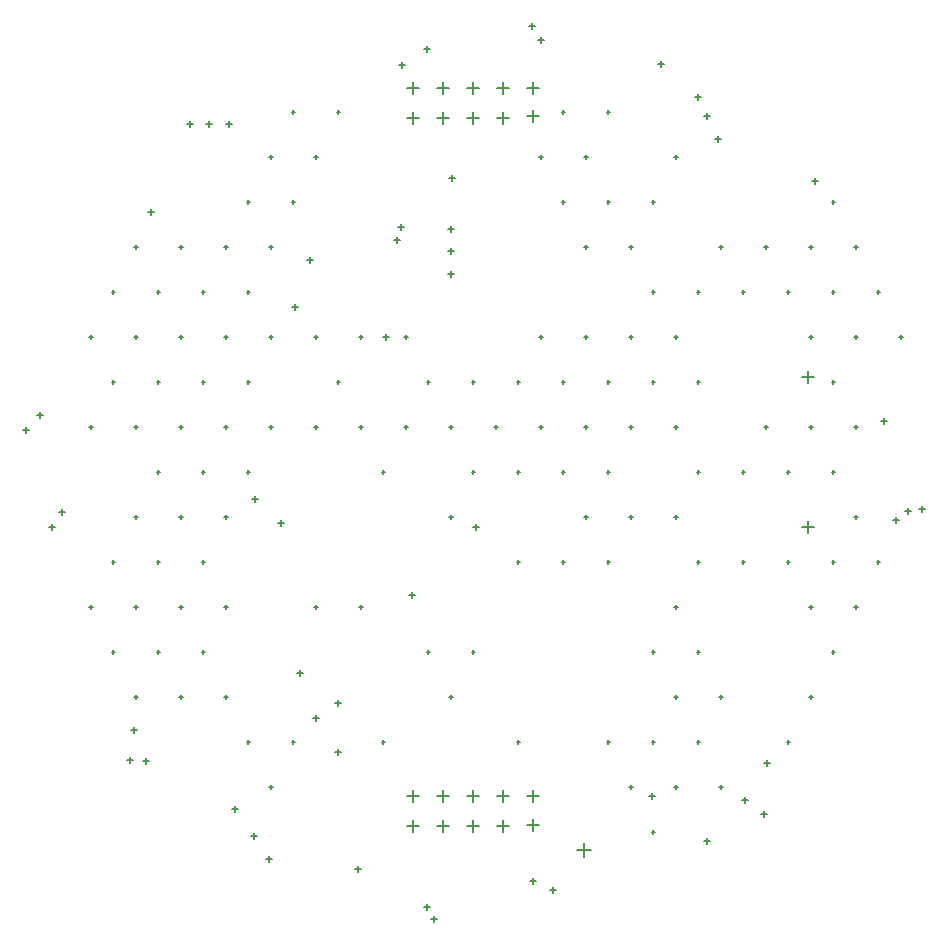
<source format=gbr>
%TF.GenerationSoftware,Altium Limited,Altium Designer,18.1.6 (161)*%
G04 Layer_Color=128*
%FSLAX26Y26*%
%MOIN*%
%TF.FileFunction,Drillmap*%
%TF.Part,Single*%
G01*
G75*
%TA.AperFunction,NonConductor*%
%ADD85C,0.005000*%
D85*
X2929606Y4330709D02*
X2969606D01*
X2949606Y4310709D02*
Y4350709D01*
X3029606Y4330709D02*
X3069606D01*
X3049606Y4310709D02*
Y4350709D01*
X3129606Y4330709D02*
X3169606D01*
X3149606Y4310709D02*
Y4350709D01*
X3229606Y4330709D02*
X3269606D01*
X3249606Y4310709D02*
Y4350709D01*
X3329606Y4335709D02*
X3369606D01*
X3349606Y4315709D02*
Y4355709D01*
X3329606Y4430709D02*
X3369606D01*
X3349606Y4410709D02*
Y4450709D01*
X3229606Y4430709D02*
X3269606D01*
X3249606Y4410709D02*
Y4450709D01*
X3129606Y4430709D02*
X3169606D01*
X3149606Y4410709D02*
Y4450709D01*
X3029606Y4430709D02*
X3069606D01*
X3049606Y4410709D02*
Y4450709D01*
X2929606Y4430709D02*
X2969606D01*
X2949606Y4410709D02*
Y4450709D01*
X3497165Y1890000D02*
X3542835D01*
X3520000Y1867165D02*
Y1912835D01*
X2929606Y2068504D02*
X2969606D01*
X2949606Y2048504D02*
Y2088504D01*
X3029606Y2068504D02*
X3069606D01*
X3049606Y2048504D02*
Y2088504D01*
X3129606Y2068504D02*
X3169606D01*
X3149606Y2048504D02*
Y2088504D01*
X3229606Y2068504D02*
X3269606D01*
X3249606Y2048504D02*
Y2088504D01*
X3329606Y2068504D02*
X3369606D01*
X3349606Y2048504D02*
Y2088504D01*
X3329606Y1973504D02*
X3369606D01*
X3349606Y1953504D02*
Y1993504D01*
X3229606Y1968504D02*
X3269606D01*
X3249606Y1948504D02*
Y1988504D01*
X3129606Y1968504D02*
X3169606D01*
X3149606Y1948504D02*
Y1988504D01*
X3029606Y1968504D02*
X3069606D01*
X3049606Y1948504D02*
Y1988504D01*
X2929606Y1968504D02*
X2969606D01*
X2949606Y1948504D02*
Y1988504D01*
X4245000Y2965000D02*
X4285000D01*
X4265000Y2945000D02*
Y2985000D01*
X4245000Y3465000D02*
X4285000D01*
X4265000Y3445000D02*
Y3485000D01*
X4494000Y3750000D02*
X4506000D01*
X4500000Y3744000D02*
Y3756000D01*
X4569000Y3600000D02*
X4581000D01*
X4575000Y3594000D02*
Y3606000D01*
X4494000Y2850000D02*
X4506000D01*
X4500000Y2844000D02*
Y2856000D01*
X4344000Y4050000D02*
X4356000D01*
X4350000Y4044000D02*
Y4056000D01*
X4419000Y3900000D02*
X4431000D01*
X4425000Y3894000D02*
Y3906000D01*
X4344000Y3750000D02*
X4356000D01*
X4350000Y3744000D02*
Y3756000D01*
X4419000Y3600000D02*
X4431000D01*
X4425000Y3594000D02*
Y3606000D01*
X4344000Y3450000D02*
X4356000D01*
X4350000Y3444000D02*
Y3456000D01*
X4419000Y3300000D02*
X4431000D01*
X4425000Y3294000D02*
Y3306000D01*
X4344000Y3150000D02*
X4356000D01*
X4350000Y3144000D02*
Y3156000D01*
X4419000Y3000000D02*
X4431000D01*
X4425000Y2994000D02*
Y3006000D01*
X4344000Y2850000D02*
X4356000D01*
X4350000Y2844000D02*
Y2856000D01*
X4419000Y2700000D02*
X4431000D01*
X4425000Y2694000D02*
Y2706000D01*
X4344000Y2550000D02*
X4356000D01*
X4350000Y2544000D02*
Y2556000D01*
X4269000Y3900000D02*
X4281000D01*
X4275000Y3894000D02*
Y3906000D01*
X4194000Y3750000D02*
X4206000D01*
X4200000Y3744000D02*
Y3756000D01*
X4269000Y3600000D02*
X4281000D01*
X4275000Y3594000D02*
Y3606000D01*
X4269000Y3300000D02*
X4281000D01*
X4275000Y3294000D02*
Y3306000D01*
X4194000Y3150000D02*
X4206000D01*
X4200000Y3144000D02*
Y3156000D01*
X4194000Y2850000D02*
X4206000D01*
X4200000Y2844000D02*
Y2856000D01*
X4269000Y2700000D02*
X4281000D01*
X4275000Y2694000D02*
Y2706000D01*
X4269000Y2400000D02*
X4281000D01*
X4275000Y2394000D02*
Y2406000D01*
X4194000Y2250000D02*
X4206000D01*
X4200000Y2244000D02*
Y2256000D01*
X4119000Y3900000D02*
X4131000D01*
X4125000Y3894000D02*
Y3906000D01*
X4044000Y3750000D02*
X4056000D01*
X4050000Y3744000D02*
Y3756000D01*
X4119000Y3300000D02*
X4131000D01*
X4125000Y3294000D02*
Y3306000D01*
X4044000Y3150000D02*
X4056000D01*
X4050000Y3144000D02*
Y3156000D01*
X4044000Y2850000D02*
X4056000D01*
X4050000Y2844000D02*
Y2856000D01*
X3969000Y3900000D02*
X3981000D01*
X3975000Y3894000D02*
Y3906000D01*
X3894000Y3750000D02*
X3906000D01*
X3900000Y3744000D02*
Y3756000D01*
X3894000Y3450000D02*
X3906000D01*
X3900000Y3444000D02*
Y3456000D01*
X3894000Y3150000D02*
X3906000D01*
X3900000Y3144000D02*
Y3156000D01*
X3894000Y2850000D02*
X3906000D01*
X3900000Y2844000D02*
Y2856000D01*
X3894000Y2550000D02*
X3906000D01*
X3900000Y2544000D02*
Y2556000D01*
X3969000Y2400000D02*
X3981000D01*
X3975000Y2394000D02*
Y2406000D01*
X3894000Y2250000D02*
X3906000D01*
X3900000Y2244000D02*
Y2256000D01*
X3969000Y2100000D02*
X3981000D01*
X3975000Y2094000D02*
Y2106000D01*
X3819000Y4200000D02*
X3831000D01*
X3825000Y4194000D02*
Y4206000D01*
X3744000Y4050000D02*
X3756000D01*
X3750000Y4044000D02*
Y4056000D01*
X3744000Y3750000D02*
X3756000D01*
X3750000Y3744000D02*
Y3756000D01*
X3819000Y3600000D02*
X3831000D01*
X3825000Y3594000D02*
Y3606000D01*
X3744000Y3450000D02*
X3756000D01*
X3750000Y3444000D02*
Y3456000D01*
X3819000Y3300000D02*
X3831000D01*
X3825000Y3294000D02*
Y3306000D01*
X3819000Y3000000D02*
X3831000D01*
X3825000Y2994000D02*
Y3006000D01*
X3819000Y2700000D02*
X3831000D01*
X3825000Y2694000D02*
Y2706000D01*
X3744000Y2550000D02*
X3756000D01*
X3750000Y2544000D02*
Y2556000D01*
X3819000Y2400000D02*
X3831000D01*
X3825000Y2394000D02*
Y2406000D01*
X3744000Y2250000D02*
X3756000D01*
X3750000Y2244000D02*
Y2256000D01*
X3819000Y2100000D02*
X3831000D01*
X3825000Y2094000D02*
Y2106000D01*
X3744000Y1950000D02*
X3756000D01*
X3750000Y1944000D02*
Y1956000D01*
X3594000Y4350000D02*
X3606000D01*
X3600000Y4344000D02*
Y4356000D01*
X3594000Y4050000D02*
X3606000D01*
X3600000Y4044000D02*
Y4056000D01*
X3669000Y3900000D02*
X3681000D01*
X3675000Y3894000D02*
Y3906000D01*
X3669000Y3600000D02*
X3681000D01*
X3675000Y3594000D02*
Y3606000D01*
X3594000Y3450000D02*
X3606000D01*
X3600000Y3444000D02*
Y3456000D01*
X3669000Y3300000D02*
X3681000D01*
X3675000Y3294000D02*
Y3306000D01*
X3594000Y3150000D02*
X3606000D01*
X3600000Y3144000D02*
Y3156000D01*
X3669000Y3000000D02*
X3681000D01*
X3675000Y2994000D02*
Y3006000D01*
X3594000Y2850000D02*
X3606000D01*
X3600000Y2844000D02*
Y2856000D01*
X3594000Y2250000D02*
X3606000D01*
X3600000Y2244000D02*
Y2256000D01*
X3669000Y2100000D02*
X3681000D01*
X3675000Y2094000D02*
Y2106000D01*
X3444000Y4350000D02*
X3456000D01*
X3450000Y4344000D02*
Y4356000D01*
X3519000Y4200000D02*
X3531000D01*
X3525000Y4194000D02*
Y4206000D01*
X3444000Y4050000D02*
X3456000D01*
X3450000Y4044000D02*
Y4056000D01*
X3519000Y3900000D02*
X3531000D01*
X3525000Y3894000D02*
Y3906000D01*
X3519000Y3600000D02*
X3531000D01*
X3525000Y3594000D02*
Y3606000D01*
X3444000Y3450000D02*
X3456000D01*
X3450000Y3444000D02*
Y3456000D01*
X3519000Y3300000D02*
X3531000D01*
X3525000Y3294000D02*
Y3306000D01*
X3444000Y3150000D02*
X3456000D01*
X3450000Y3144000D02*
Y3156000D01*
X3519000Y3000000D02*
X3531000D01*
X3525000Y2994000D02*
Y3006000D01*
X3444000Y2850000D02*
X3456000D01*
X3450000Y2844000D02*
Y2856000D01*
X3369000Y4200000D02*
X3381000D01*
X3375000Y4194000D02*
Y4206000D01*
X3369000Y3600000D02*
X3381000D01*
X3375000Y3594000D02*
Y3606000D01*
X3294000Y3450000D02*
X3306000D01*
X3300000Y3444000D02*
Y3456000D01*
X3369000Y3300000D02*
X3381000D01*
X3375000Y3294000D02*
Y3306000D01*
X3294000Y3150000D02*
X3306000D01*
X3300000Y3144000D02*
Y3156000D01*
X3294000Y2850000D02*
X3306000D01*
X3300000Y2844000D02*
Y2856000D01*
X3294000Y2250000D02*
X3306000D01*
X3300000Y2244000D02*
Y2256000D01*
X3144000Y3450000D02*
X3156000D01*
X3150000Y3444000D02*
Y3456000D01*
X3219000Y3300000D02*
X3231000D01*
X3225000Y3294000D02*
Y3306000D01*
X3144000Y3150000D02*
X3156000D01*
X3150000Y3144000D02*
Y3156000D01*
X3144000Y2550000D02*
X3156000D01*
X3150000Y2544000D02*
Y2556000D01*
X2994000Y3450000D02*
X3006000D01*
X3000000Y3444000D02*
Y3456000D01*
X3069000Y3300000D02*
X3081000D01*
X3075000Y3294000D02*
Y3306000D01*
X3069000Y3000000D02*
X3081000D01*
X3075000Y2994000D02*
Y3006000D01*
X2994000Y2550000D02*
X3006000D01*
X3000000Y2544000D02*
Y2556000D01*
X3069000Y2400000D02*
X3081000D01*
X3075000Y2394000D02*
Y2406000D01*
X2919000Y3600000D02*
X2931000D01*
X2925000Y3594000D02*
Y3606000D01*
X2919000Y3300000D02*
X2931000D01*
X2925000Y3294000D02*
Y3306000D01*
X2844000Y3150000D02*
X2856000D01*
X2850000Y3144000D02*
Y3156000D01*
X2844000Y2250000D02*
X2856000D01*
X2850000Y2244000D02*
Y2256000D01*
X2694000Y4350000D02*
X2706000D01*
X2700000Y4344000D02*
Y4356000D01*
X2769000Y3600000D02*
X2781000D01*
X2775000Y3594000D02*
Y3606000D01*
X2694000Y3450000D02*
X2706000D01*
X2700000Y3444000D02*
Y3456000D01*
X2769000Y3300000D02*
X2781000D01*
X2775000Y3294000D02*
Y3306000D01*
X2769000Y2700000D02*
X2781000D01*
X2775000Y2694000D02*
Y2706000D01*
X2544000Y4350000D02*
X2556000D01*
X2550000Y4344000D02*
Y4356000D01*
X2619000Y4200000D02*
X2631000D01*
X2625000Y4194000D02*
Y4206000D01*
X2544000Y4050000D02*
X2556000D01*
X2550000Y4044000D02*
Y4056000D01*
X2619000Y3600000D02*
X2631000D01*
X2625000Y3594000D02*
Y3606000D01*
X2619000Y3300000D02*
X2631000D01*
X2625000Y3294000D02*
Y3306000D01*
X2619000Y2700000D02*
X2631000D01*
X2625000Y2694000D02*
Y2706000D01*
X2544000Y2250000D02*
X2556000D01*
X2550000Y2244000D02*
Y2256000D01*
X2469000Y4200000D02*
X2481000D01*
X2475000Y4194000D02*
Y4206000D01*
X2394000Y4050000D02*
X2406000D01*
X2400000Y4044000D02*
Y4056000D01*
X2469000Y3900000D02*
X2481000D01*
X2475000Y3894000D02*
Y3906000D01*
X2394000Y3750000D02*
X2406000D01*
X2400000Y3744000D02*
Y3756000D01*
X2469000Y3600000D02*
X2481000D01*
X2475000Y3594000D02*
Y3606000D01*
X2394000Y3450000D02*
X2406000D01*
X2400000Y3444000D02*
Y3456000D01*
X2469000Y3300000D02*
X2481000D01*
X2475000Y3294000D02*
Y3306000D01*
X2394000Y3150000D02*
X2406000D01*
X2400000Y3144000D02*
Y3156000D01*
X2394000Y2250000D02*
X2406000D01*
X2400000Y2244000D02*
Y2256000D01*
X2469000Y2100000D02*
X2481000D01*
X2475000Y2094000D02*
Y2106000D01*
X2319000Y3900000D02*
X2331000D01*
X2325000Y3894000D02*
Y3906000D01*
X2244000Y3750000D02*
X2256000D01*
X2250000Y3744000D02*
Y3756000D01*
X2319000Y3600000D02*
X2331000D01*
X2325000Y3594000D02*
Y3606000D01*
X2244000Y3450000D02*
X2256000D01*
X2250000Y3444000D02*
Y3456000D01*
X2319000Y3300000D02*
X2331000D01*
X2325000Y3294000D02*
Y3306000D01*
X2244000Y3150000D02*
X2256000D01*
X2250000Y3144000D02*
Y3156000D01*
X2319000Y3000000D02*
X2331000D01*
X2325000Y2994000D02*
Y3006000D01*
X2244000Y2850000D02*
X2256000D01*
X2250000Y2844000D02*
Y2856000D01*
X2319000Y2700000D02*
X2331000D01*
X2325000Y2694000D02*
Y2706000D01*
X2244000Y2550000D02*
X2256000D01*
X2250000Y2544000D02*
Y2556000D01*
X2319000Y2400000D02*
X2331000D01*
X2325000Y2394000D02*
Y2406000D01*
X2169000Y3900000D02*
X2181000D01*
X2175000Y3894000D02*
Y3906000D01*
X2094000Y3750000D02*
X2106000D01*
X2100000Y3744000D02*
Y3756000D01*
X2169000Y3600000D02*
X2181000D01*
X2175000Y3594000D02*
Y3606000D01*
X2094000Y3450000D02*
X2106000D01*
X2100000Y3444000D02*
Y3456000D01*
X2169000Y3300000D02*
X2181000D01*
X2175000Y3294000D02*
Y3306000D01*
X2094000Y3150000D02*
X2106000D01*
X2100000Y3144000D02*
Y3156000D01*
X2169000Y3000000D02*
X2181000D01*
X2175000Y2994000D02*
Y3006000D01*
X2094000Y2850000D02*
X2106000D01*
X2100000Y2844000D02*
Y2856000D01*
X2169000Y2700000D02*
X2181000D01*
X2175000Y2694000D02*
Y2706000D01*
X2094000Y2550000D02*
X2106000D01*
X2100000Y2544000D02*
Y2556000D01*
X2169000Y2400000D02*
X2181000D01*
X2175000Y2394000D02*
Y2406000D01*
X2019000Y3900000D02*
X2031000D01*
X2025000Y3894000D02*
Y3906000D01*
X1944000Y3750000D02*
X1956000D01*
X1950000Y3744000D02*
Y3756000D01*
X2019000Y3600000D02*
X2031000D01*
X2025000Y3594000D02*
Y3606000D01*
X1944000Y3450000D02*
X1956000D01*
X1950000Y3444000D02*
Y3456000D01*
X2019000Y3300000D02*
X2031000D01*
X2025000Y3294000D02*
Y3306000D01*
X2019000Y3000000D02*
X2031000D01*
X2025000Y2994000D02*
Y3006000D01*
X1944000Y2850000D02*
X1956000D01*
X1950000Y2844000D02*
Y2856000D01*
X2019000Y2700000D02*
X2031000D01*
X2025000Y2694000D02*
Y2706000D01*
X1944000Y2550000D02*
X1956000D01*
X1950000Y2544000D02*
Y2556000D01*
X2019000Y2400000D02*
X2031000D01*
X2025000Y2394000D02*
Y2406000D01*
X1869000Y3600000D02*
X1881000D01*
X1875000Y3594000D02*
Y3606000D01*
X1869000Y3300000D02*
X1881000D01*
X1875000Y3294000D02*
Y3306000D01*
X1869000Y2700000D02*
X1881000D01*
X1875000Y2694000D02*
Y2706000D01*
X3334724Y4635000D02*
X3354724D01*
X3344724Y4625000D02*
Y4645000D01*
X2902220Y4505000D02*
X2922220D01*
X2912220Y4495000D02*
Y4515000D01*
X3735000Y2068504D02*
X3755000D01*
X3745000Y2058504D02*
Y2078504D01*
X3365000Y4590000D02*
X3385000D01*
X3375000Y4580000D02*
Y4600000D01*
X3920000Y4334460D02*
X3940000D01*
X3930000Y4324460D02*
Y4344460D01*
X3070000Y4130000D02*
X3090000D01*
X3080000Y4120000D02*
Y4140000D01*
X2561929Y2480000D02*
X2581929D01*
X2571929Y2470000D02*
Y2490000D01*
X2615000Y2330000D02*
X2635000D01*
X2625000Y2320000D02*
Y2340000D01*
X2885000Y3922047D02*
X2905000D01*
X2895000Y3912047D02*
Y3932047D01*
X2690000Y2215000D02*
X2710000D01*
X2700000Y2205000D02*
Y2225000D01*
X2413032Y3060000D02*
X2433032D01*
X2423032Y3050000D02*
Y3070000D01*
X2500000Y2980000D02*
X2520000D01*
X2510000Y2970000D02*
Y2990000D01*
X2690000Y2380000D02*
X2710000D01*
X2700000Y2370000D02*
Y2390000D01*
X3150000Y2965000D02*
X3170000D01*
X3160000Y2955000D02*
Y2975000D01*
X2935000Y2740000D02*
X2955000D01*
X2945000Y2730000D02*
Y2750000D01*
X2900000Y3965000D02*
X2920000D01*
X2910000Y3955000D02*
Y3975000D01*
X3065000Y3810000D02*
X3085000D01*
X3075000Y3800000D02*
Y3820000D01*
X3065000Y3885000D02*
X3085000D01*
X3075000Y3875000D02*
Y3895000D01*
X3065000Y3960000D02*
X3085000D01*
X3075000Y3950000D02*
Y3970000D01*
X2595000Y3855000D02*
X2615000D01*
X2605000Y3845000D02*
Y3865000D01*
X2545000Y3700000D02*
X2565000D01*
X2555000Y3690000D02*
Y3710000D01*
X3765000Y4510261D02*
X3785000D01*
X3775000Y4500261D02*
Y4520261D01*
X2067043Y4015000D02*
X2087043D01*
X2077043Y4005000D02*
Y4025000D01*
X3338708Y1786292D02*
X3358708D01*
X3348708Y1776292D02*
Y1796292D01*
X2325000Y4308465D02*
X2345000D01*
X2335000Y4298465D02*
Y4318465D01*
X2260000Y4310000D02*
X2280000D01*
X2270000Y4300000D02*
Y4320000D01*
X2195000Y4310000D02*
X2215000D01*
X2205000Y4300000D02*
Y4320000D01*
X3890000Y4399457D02*
X3910000D01*
X3900000Y4389457D02*
Y4409457D01*
X3955000Y4260061D02*
X3975000D01*
X3965000Y4250061D02*
Y4270061D01*
X2410000Y1935000D02*
X2430000D01*
X2420000Y1925000D02*
Y1945000D01*
X2460000Y1860000D02*
X2480000D01*
X2470000Y1850000D02*
Y1870000D01*
X2756306Y1826306D02*
X2776306D01*
X2766306Y1816306D02*
Y1836306D01*
X3405000Y1756958D02*
X3425000D01*
X3415000Y1746958D02*
Y1766958D01*
X1735000Y2965000D02*
X1755000D01*
X1745000Y2955000D02*
Y2975000D01*
X4548110Y2990000D02*
X4568110D01*
X4558110Y2980000D02*
Y3000000D01*
X2850000Y3600000D02*
X2870000D01*
X2860000Y3590000D02*
Y3610000D01*
X2985000Y1700000D02*
X3005000D01*
X2995000Y1690000D02*
Y1710000D01*
X3920000Y1920000D02*
X3940000D01*
X3930000Y1910000D02*
Y1930000D01*
X2985000Y4560000D02*
X3005000D01*
X2995000Y4550000D02*
Y4570000D01*
X4590000Y3020000D02*
X4610000D01*
X4600000Y3010000D02*
Y3030000D01*
X4635000Y3025000D02*
X4655000D01*
X4645000Y3015000D02*
Y3035000D01*
X2010000Y2290000D02*
X2030000D01*
X2020000Y2280000D02*
Y2300000D01*
X2049875Y2185000D02*
X2069875D01*
X2059875Y2175000D02*
Y2195000D01*
X2345000Y2025000D02*
X2365000D01*
X2355000Y2015000D02*
Y2035000D01*
X1770000Y3015000D02*
X1790000D01*
X1780000Y3005000D02*
Y3025000D01*
X1695000Y3340000D02*
X1715000D01*
X1705000Y3330000D02*
Y3350000D01*
X4509631Y3319631D02*
X4529631D01*
X4519631Y3309631D02*
Y3329631D01*
X4120000Y2180000D02*
X4140000D01*
X4130000Y2170000D02*
Y2190000D01*
X4045000Y2055000D02*
X4065000D01*
X4055000Y2045000D02*
Y2065000D01*
X4280000Y4120000D02*
X4300000D01*
X4290000Y4110000D02*
Y4130000D01*
X4110000Y2010000D02*
X4130000D01*
X4120000Y2000000D02*
Y2020000D01*
X3010000Y1660000D02*
X3030000D01*
X3020000Y1650000D02*
Y1670000D01*
X1995000Y2190000D02*
X2015000D01*
X2005000Y2180000D02*
Y2200000D01*
X1650000Y3290000D02*
X1670000D01*
X1660000Y3280000D02*
Y3300000D01*
%TF.MD5,68efbf0f73c9866f5326e4f4559f9845*%
M02*

</source>
